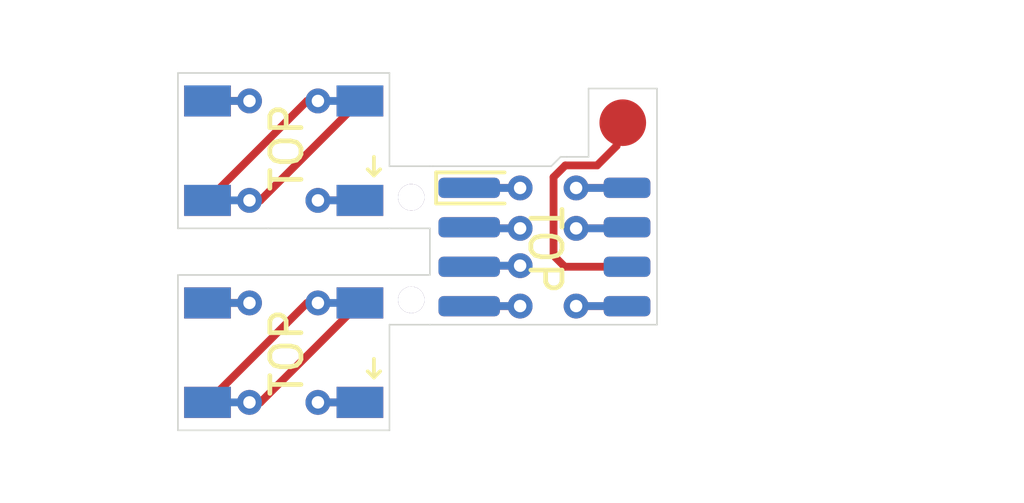
<source format=kicad_pcb>
(kicad_pcb (version 20171130) (host pcbnew "(5.1.6)-1")

  (general
    (thickness 1.6)
    (drawings 36)
    (tracks 70)
    (zones 0)
    (modules 9)
    (nets 14)
  )

  (page A4)
  (layers
    (0 F.Cu signal)
    (31 B.Cu signal)
    (32 B.Adhes user)
    (33 F.Adhes user)
    (34 B.Paste user)
    (35 F.Paste user)
    (36 B.SilkS user)
    (37 F.SilkS user)
    (38 B.Mask user)
    (39 F.Mask user)
    (40 Dwgs.User user)
    (41 Cmts.User user)
    (42 Eco1.User user)
    (43 Eco2.User user)
    (44 Edge.Cuts user)
    (45 Margin user)
    (46 B.CrtYd user)
    (47 F.CrtYd user)
    (48 B.Fab user)
    (49 F.Fab user)
  )

  (setup
    (last_trace_width 0.25)
    (user_trace_width 0.5)
    (trace_clearance 0.2)
    (zone_clearance 0.508)
    (zone_45_only no)
    (trace_min 0.2)
    (via_size 0.8)
    (via_drill 0.4)
    (via_min_size 0.4)
    (via_min_drill 0.3)
    (uvia_size 0.3)
    (uvia_drill 0.1)
    (uvias_allowed no)
    (uvia_min_size 0.2)
    (uvia_min_drill 0.1)
    (edge_width 0.05)
    (segment_width 0.2)
    (pcb_text_width 0.3)
    (pcb_text_size 1.5 1.5)
    (mod_edge_width 0.12)
    (mod_text_size 1 1)
    (mod_text_width 0.15)
    (pad_size 1.5 1.5)
    (pad_drill 0)
    (pad_to_mask_clearance 0.05)
    (aux_axis_origin 0 0)
    (visible_elements FFFFFF7F)
    (pcbplotparams
      (layerselection 0x010fc_ffffffff)
      (usegerberextensions false)
      (usegerberattributes true)
      (usegerberadvancedattributes true)
      (creategerberjobfile true)
      (excludeedgelayer true)
      (linewidth 0.100000)
      (plotframeref false)
      (viasonmask false)
      (mode 1)
      (useauxorigin false)
      (hpglpennumber 1)
      (hpglpenspeed 20)
      (hpglpendiameter 15.000000)
      (psnegative false)
      (psa4output false)
      (plotreference true)
      (plotvalue true)
      (plotinvisibletext false)
      (padsonsilk false)
      (subtractmaskfromsilk false)
      (outputformat 1)
      (mirror false)
      (drillshape 0)
      (scaleselection 1)
      (outputdirectory "plot/"))
  )

  (net 0 "")
  (net 1 "Net-(D1-Pad1)")
  (net 2 "Net-(D1-Pad2)")
  (net 3 "Net-(D1-Pad4)")
  (net 4 "Net-(D1-Pad3)")
  (net 5 "Net-(U1-Pad8)")
  (net 6 "Net-(U1-Pad7)")
  (net 7 SHUTB)
  (net 8 "Net-(U1-Pad5)")
  (net 9 "Net-(U1-Pad4)")
  (net 10 "Net-(U1-Pad3)")
  (net 11 "Net-(U1-Pad2)")
  (net 12 "Net-(U1-Pad1)")
  (net 13 "Net-(U1-Pad6)")

  (net_class Default "This is the default net class."
    (clearance 0.2)
    (trace_width 0.25)
    (via_dia 0.8)
    (via_drill 0.4)
    (uvia_dia 0.3)
    (uvia_drill 0.1)
    (add_net "Net-(D1-Pad1)")
    (add_net "Net-(D1-Pad2)")
    (add_net "Net-(D1-Pad3)")
    (add_net "Net-(D1-Pad4)")
    (add_net "Net-(U1-Pad1)")
    (add_net "Net-(U1-Pad2)")
    (add_net "Net-(U1-Pad3)")
    (add_net "Net-(U1-Pad4)")
    (add_net "Net-(U1-Pad5)")
    (add_net "Net-(U1-Pad6)")
    (add_net "Net-(U1-Pad7)")
    (add_net "Net-(U1-Pad8)")
    (add_net SHUTB)
  )

  (module Connector_PinHeader_1.00mm:PinHeader_1x01_P1.00mm_Vertical (layer F.Cu) (tedit 5EFFE082) (tstamp 5F003960)
    (at 151.7 100)
    (descr "Through hole straight pin header, 1x01, 1.00mm pitch, single row")
    (tags "Through hole pin header THT 1x01 1.00mm single row")
    (fp_text reference REF** (at 0 -1.56) (layer F.SilkS) hide
      (effects (font (size 1 1) (thickness 0.15)))
    )
    (fp_text value PinHeader_1x01_P1.00mm_Vertical (at 0 1.56) (layer F.Fab)
      (effects (font (size 1 1) (thickness 0.15)))
    )
    (fp_line (start -0.3175 -0.5) (end 0.635 -0.5) (layer F.Fab) (width 0.1))
    (fp_line (start 0.635 -0.5) (end 0.635 0.5) (layer F.Fab) (width 0.1))
    (fp_line (start 0.635 0.5) (end -0.635 0.5) (layer F.Fab) (width 0.1))
    (fp_line (start -0.635 0.5) (end -0.635 -0.1825) (layer F.Fab) (width 0.1))
    (fp_line (start -0.635 -0.1825) (end -0.3175 -0.5) (layer F.Fab) (width 0.1))
    (fp_line (start -1.15 -1) (end -1.15 1) (layer F.CrtYd) (width 0.05))
    (fp_line (start -1.15 1) (end 1.15 1) (layer F.CrtYd) (width 0.05))
    (fp_line (start 1.15 1) (end 1.15 -1) (layer F.CrtYd) (width 0.05))
    (fp_line (start 1.15 -1) (end -1.15 -1) (layer F.CrtYd) (width 0.05))
    (pad 1 thru_hole circle (at 0 0) (size 0.85 0.85) (drill 0.85) (layers *.Cu *.Mask))
    (model ${KISYS3DMOD}/Connector_PinHeader_1.00mm.3dshapes/PinHeader_1x01_P1.00mm_Vertical.wrl
      (at (xyz 0 0 0))
      (scale (xyz 1 1 1))
      (rotate (xyz 0 0 0))
    )
  )

  (module Connector_PinHeader_1.00mm:PinHeader_1x01_P1.00mm_Vertical (layer F.Cu) (tedit 5EFFE082) (tstamp 5F0037E2)
    (at 151.7 96.7)
    (descr "Through hole straight pin header, 1x01, 1.00mm pitch, single row")
    (tags "Through hole pin header THT 1x01 1.00mm single row")
    (fp_text reference REF** (at 0 -1.56) (layer F.SilkS) hide
      (effects (font (size 1 1) (thickness 0.15)))
    )
    (fp_text value PinHeader_1x01_P1.00mm_Vertical (at 0 1.56) (layer F.Fab)
      (effects (font (size 1 1) (thickness 0.15)))
    )
    (fp_line (start -0.3175 -0.5) (end 0.635 -0.5) (layer F.Fab) (width 0.1))
    (fp_line (start 0.635 -0.5) (end 0.635 0.5) (layer F.Fab) (width 0.1))
    (fp_line (start 0.635 0.5) (end -0.635 0.5) (layer F.Fab) (width 0.1))
    (fp_line (start -0.635 0.5) (end -0.635 -0.1825) (layer F.Fab) (width 0.1))
    (fp_line (start -0.635 -0.1825) (end -0.3175 -0.5) (layer F.Fab) (width 0.1))
    (fp_line (start -1.15 -1) (end -1.15 1) (layer F.CrtYd) (width 0.05))
    (fp_line (start -1.15 1) (end 1.15 1) (layer F.CrtYd) (width 0.05))
    (fp_line (start 1.15 1) (end 1.15 -1) (layer F.CrtYd) (width 0.05))
    (fp_line (start 1.15 -1) (end -1.15 -1) (layer F.CrtYd) (width 0.05))
    (pad 1 thru_hole circle (at 0 0) (size 0.85 0.85) (drill 0.85) (layers *.Cu *.Mask))
    (model ${KISYS3DMOD}/Connector_PinHeader_1.00mm.3dshapes/PinHeader_1x01_P1.00mm_Vertical.wrl
      (at (xyz 0 0 0))
      (scale (xyz 1 1 1))
      (rotate (xyz 0 0 0))
    )
  )

  (module LED_SMD:LED_WS2812B_PLCC4_5.0x5.0mm_P3.2mm (layer B.Cu) (tedit 5EFFD42D) (tstamp 5F002821)
    (at 147.6 101.7)
    (descr https://cdn-shop.adafruit.com/datasheets/WS2812B.pdf)
    (tags "LED RGB NeoPixel")
    (path /5EFFB571)
    (attr smd)
    (fp_text reference D1 (at 0 3.5) (layer B.SilkS) hide
      (effects (font (size 1 1) (thickness 0.15)) (justify mirror))
    )
    (fp_text value WS2812B (at 0 -4) (layer B.Fab)
      (effects (font (size 1 1) (thickness 0.15)) (justify mirror))
    )
    (fp_line (start 3.45 2.75) (end -3.45 2.75) (layer B.CrtYd) (width 0.05))
    (fp_line (start 3.45 -2.75) (end 3.45 2.75) (layer B.CrtYd) (width 0.05))
    (fp_line (start -3.45 -2.75) (end 3.45 -2.75) (layer B.CrtYd) (width 0.05))
    (fp_line (start -3.45 2.75) (end -3.45 -2.75) (layer B.CrtYd) (width 0.05))
    (fp_line (start 2.5 -1.5) (end 1.5 -2.5) (layer B.Fab) (width 0.1))
    (fp_line (start -2.5 2.5) (end -2.5 -2.5) (layer B.Fab) (width 0.1))
    (fp_line (start -2.5 -2.5) (end 2.5 -2.5) (layer B.Fab) (width 0.1))
    (fp_line (start 2.5 -2.5) (end 2.5 2.5) (layer B.Fab) (width 0.1))
    (fp_line (start 2.5 2.5) (end -2.5 2.5) (layer B.Fab) (width 0.1))
    (fp_circle (center 0 0) (end 0 2) (layer B.Fab) (width 0.1))
    (fp_text user 1 (at -4.15 1.6) (layer B.SilkS) hide
      (effects (font (size 1 1) (thickness 0.15)) (justify mirror))
    )
    (fp_text user %R (at 0 0) (layer B.Fab)
      (effects (font (size 0.8 0.8) (thickness 0.15)) (justify mirror))
    )
    (pad 3 smd rect (at 2.45 -1.6) (size 1.5 1) (layers B.Cu B.Paste B.Mask))
    (pad 4 smd rect (at 2.45 1.6) (size 1.5 1) (layers B.Cu B.Paste B.Mask))
    (pad 2 smd rect (at -2.45 -1.6) (size 1.5 1) (layers B.Cu B.Paste B.Mask))
    (pad 1 smd rect (at -2.45 1.6) (size 1.5 1) (layers B.Cu B.Paste B.Mask))
    (model ${KISYS3DMOD}/LED_SMD.3dshapes/LED_WS2812B_PLCC4_5.0x5.0mm_P3.2mm.wrl
      (at (xyz 0 0 0))
      (scale (xyz 1 1 1))
      (rotate (xyz 0 0 0))
    )
  )

  (module LED_SMD:LED_WS2812B_PLCC4_5.0x5.0mm_P3.2mm (layer B.Cu) (tedit 5EFFD41F) (tstamp 5F001379)
    (at 147.6 95.2)
    (descr https://cdn-shop.adafruit.com/datasheets/WS2812B.pdf)
    (tags "LED RGB NeoPixel")
    (path /5EFFB571)
    (attr smd)
    (fp_text reference D1 (at 0 3.5) (layer B.SilkS) hide
      (effects (font (size 1 1) (thickness 0.15)) (justify mirror))
    )
    (fp_text value WS2812B (at 0 -4) (layer B.Fab)
      (effects (font (size 1 1) (thickness 0.15)) (justify mirror))
    )
    (fp_text user %R (at 0 0) (layer B.Fab)
      (effects (font (size 0.8 0.8) (thickness 0.15)) (justify mirror))
    )
    (fp_text user 1 (at -4.15 1.6) (layer B.SilkS) hide
      (effects (font (size 1 1) (thickness 0.15)) (justify mirror))
    )
    (fp_line (start 3.45 2.75) (end -3.45 2.75) (layer B.CrtYd) (width 0.05))
    (fp_line (start 3.45 -2.75) (end 3.45 2.75) (layer B.CrtYd) (width 0.05))
    (fp_line (start -3.45 -2.75) (end 3.45 -2.75) (layer B.CrtYd) (width 0.05))
    (fp_line (start -3.45 2.75) (end -3.45 -2.75) (layer B.CrtYd) (width 0.05))
    (fp_line (start 2.5 -1.5) (end 1.5 -2.5) (layer B.Fab) (width 0.1))
    (fp_line (start -2.5 2.5) (end -2.5 -2.5) (layer B.Fab) (width 0.1))
    (fp_line (start -2.5 -2.5) (end 2.5 -2.5) (layer B.Fab) (width 0.1))
    (fp_line (start 2.5 -2.5) (end 2.5 2.5) (layer B.Fab) (width 0.1))
    (fp_line (start 2.5 2.5) (end -2.5 2.5) (layer B.Fab) (width 0.1))
    (fp_circle (center 0 0) (end 0 2) (layer B.Fab) (width 0.1))
    (pad 1 smd rect (at -2.45 1.6) (size 1.5 1) (layers B.Cu B.Paste B.Mask)
      (net 2 "Net-(D1-Pad2)"))
    (pad 2 smd rect (at -2.45 -1.6) (size 1.5 1) (layers B.Cu B.Paste B.Mask)
      (net 1 "Net-(D1-Pad1)"))
    (pad 4 smd rect (at 2.45 1.6) (size 1.5 1) (layers B.Cu B.Paste B.Mask)
      (net 4 "Net-(D1-Pad3)"))
    (pad 3 smd rect (at 2.45 -1.6) (size 1.5 1) (layers B.Cu B.Paste B.Mask)
      (net 3 "Net-(D1-Pad4)"))
    (model ${KISYS3DMOD}/LED_SMD.3dshapes/LED_WS2812B_PLCC4_5.0x5.0mm_P3.2mm.wrl
      (at (xyz 0 0 0))
      (scale (xyz 1 1 1))
      (rotate (xyz 0 0 0))
    )
  )

  (module Connector_PinSocket_2.54mm:PinSocket_1x01_P2.54mm_Vertical (layer F.Cu) (tedit 5EFFDB26) (tstamp 5F002120)
    (at 158.3 94.3)
    (descr "Through hole straight socket strip, 1x01, 2.54mm pitch, single row (from Kicad 4.0.7), script generated")
    (tags "Through hole socket strip THT 1x01 2.54mm single row")
    (fp_text reference REF** (at 0 -2.77) (layer F.SilkS) hide
      (effects (font (size 1 1) (thickness 0.15)))
    )
    (fp_text value PinSocket_1x01_P2.54mm_Vertical (at 0 2.77) (layer F.Fab)
      (effects (font (size 1 1) (thickness 0.15)))
    )
    (fp_text user %R (at 0 0) (layer F.Fab)
      (effects (font (size 1 1) (thickness 0.15)))
    )
    (fp_line (start -1.27 -1.27) (end 0.635 -1.27) (layer F.Fab) (width 0.1))
    (fp_line (start 0.635 -1.27) (end 1.27 -0.635) (layer F.Fab) (width 0.1))
    (fp_line (start 1.27 -0.635) (end 1.27 1.27) (layer F.Fab) (width 0.1))
    (fp_line (start 1.27 1.27) (end -1.27 1.27) (layer F.Fab) (width 0.1))
    (fp_line (start -1.27 1.27) (end -1.27 -1.27) (layer F.Fab) (width 0.1))
    (fp_line (start -1.8 -1.8) (end 1.75 -1.8) (layer F.CrtYd) (width 0.05))
    (fp_line (start 1.75 -1.8) (end 1.75 1.75) (layer F.CrtYd) (width 0.05))
    (fp_line (start 1.75 1.75) (end -1.8 1.75) (layer F.CrtYd) (width 0.05))
    (fp_line (start -1.8 1.75) (end -1.8 -1.8) (layer F.CrtYd) (width 0.05))
    (pad 1 smd circle (at 0.2 0) (size 1.5 1.5) (layers F.Cu F.Paste F.Mask)
      (net 7 SHUTB))
    (model ${KISYS3DMOD}/Connector_PinSocket_2.54mm.3dshapes/PinSocket_1x01_P2.54mm_Vertical.wrl
      (at (xyz 0 0 0))
      (scale (xyz 1 1 1))
      (rotate (xyz 0 0 0))
    )
  )

  (module Package_SO:SOP-8_3.76x4.96mm_P1.27mm (layer F.Cu) (tedit 5EFFD596) (tstamp 5F00186A)
    (at 156.1 98.3)
    (descr "SOP, 8 Pin (https://ww2.minicircuits.com/case_style/XX211.pdf), generated with kicad-footprint-generator ipc_gullwing_generator.py")
    (tags "SOP SO")
    (path /5F003BA4)
    (attr smd)
    (fp_text reference U2 (at 0 -3.43) (layer F.SilkS) hide
      (effects (font (size 1 1) (thickness 0.15)))
    )
    (fp_text value SYN480R (at 0 3.43) (layer F.Fab)
      (effects (font (size 1 1) (thickness 0.15)))
    )
    (fp_text user %R (at 0 0) (layer F.Fab)
      (effects (font (size 0.94 0.94) (thickness 0.14)))
    )
    (fp_line (start -0.94 -2.48) (end 1.88 -2.48) (layer F.Fab) (width 0.1))
    (fp_line (start 1.88 -2.48) (end 1.88 2.48) (layer F.Fab) (width 0.1))
    (fp_line (start 1.88 2.48) (end -1.88 2.48) (layer F.Fab) (width 0.1))
    (fp_line (start -1.88 2.48) (end -1.88 -1.54) (layer F.Fab) (width 0.1))
    (fp_line (start -1.88 -1.54) (end -0.94 -2.48) (layer F.Fab) (width 0.1))
    (fp_line (start -3.78 -2.73) (end -3.78 2.73) (layer F.CrtYd) (width 0.05))
    (fp_line (start -3.78 2.73) (end 3.78 2.73) (layer F.CrtYd) (width 0.05))
    (fp_line (start 3.78 2.73) (end 3.78 -2.73) (layer F.CrtYd) (width 0.05))
    (fp_line (start 3.78 -2.73) (end -3.78 -2.73) (layer F.CrtYd) (width 0.05))
    (pad 8 smd roundrect (at 2.5375 -1.905) (size 1.5 0.65) (layers F.Cu F.Paste F.Mask) (roundrect_rratio 0.25)
      (net 5 "Net-(U1-Pad8)"))
    (pad 7 smd roundrect (at 2.5375 -0.635) (size 1.5 0.65) (layers F.Cu F.Paste F.Mask) (roundrect_rratio 0.25)
      (net 6 "Net-(U1-Pad7)"))
    (pad 6 smd roundrect (at 2.5375 0.635) (size 1.5 0.65) (layers F.Cu F.Paste F.Mask) (roundrect_rratio 0.25)
      (net 7 SHUTB))
    (pad 5 smd roundrect (at 2.5375 1.905) (size 1.5 0.65) (layers F.Cu F.Paste F.Mask) (roundrect_rratio 0.25)
      (net 8 "Net-(U1-Pad5)"))
    (pad 4 smd roundrect (at -2.5375 1.905) (size 1.975 0.65) (layers F.Cu F.Paste F.Mask) (roundrect_rratio 0.25)
      (net 9 "Net-(U1-Pad4)"))
    (pad 3 smd roundrect (at -2.5375 0.635) (size 1.975 0.65) (layers F.Cu F.Paste F.Mask) (roundrect_rratio 0.25)
      (net 10 "Net-(U1-Pad3)"))
    (pad 2 smd roundrect (at -2.5375 -0.635) (size 1.975 0.65) (layers F.Cu F.Paste F.Mask) (roundrect_rratio 0.25)
      (net 11 "Net-(U1-Pad2)"))
    (pad 1 smd roundrect (at -2.5375 -1.905) (size 1.975 0.65) (layers F.Cu F.Paste F.Mask) (roundrect_rratio 0.25)
      (net 12 "Net-(U1-Pad1)"))
    (model ${KISYS3DMOD}/Package_SO.3dshapes/SOP-8_3.76x4.96mm_P1.27mm.wrl
      (at (xyz 0 0 0))
      (scale (xyz 1 1 1))
      (rotate (xyz 0 0 0))
    )
  )

  (module LED_SMD:LED_WS2812B_PLCC4_5.0x5.0mm_P3.2mm (layer F.Cu) (tedit 5EFFD3CE) (tstamp 5F0027DF)
    (at 147.6 101.7)
    (descr https://cdn-shop.adafruit.com/datasheets/WS2812B.pdf)
    (tags "LED RGB NeoPixel")
    (path /5F000CD5)
    (attr smd)
    (fp_text reference D3 (at 0 -3.5) (layer F.SilkS) hide
      (effects (font (size 1 1) (thickness 0.15)))
    )
    (fp_text value WS2812B (at 0 4) (layer F.Fab)
      (effects (font (size 1 1) (thickness 0.15)))
    )
    (fp_line (start 3.45 -2.75) (end -3.45 -2.75) (layer F.CrtYd) (width 0.05))
    (fp_line (start 3.45 2.75) (end 3.45 -2.75) (layer F.CrtYd) (width 0.05))
    (fp_line (start -3.45 2.75) (end 3.45 2.75) (layer F.CrtYd) (width 0.05))
    (fp_line (start -3.45 -2.75) (end -3.45 2.75) (layer F.CrtYd) (width 0.05))
    (fp_line (start 2.5 1.5) (end 1.5 2.5) (layer F.Fab) (width 0.1))
    (fp_line (start -2.5 -2.5) (end -2.5 2.5) (layer F.Fab) (width 0.1))
    (fp_line (start -2.5 2.5) (end 2.5 2.5) (layer F.Fab) (width 0.1))
    (fp_line (start 2.5 2.5) (end 2.5 -2.5) (layer F.Fab) (width 0.1))
    (fp_line (start 2.5 -2.5) (end -2.5 -2.5) (layer F.Fab) (width 0.1))
    (fp_circle (center 0 0) (end 0 -2) (layer F.Fab) (width 0.1))
    (fp_text user 1 (at -4.15 -1.6) (layer F.SilkS) hide
      (effects (font (size 1 1) (thickness 0.15)))
    )
    (fp_text user %R (at 0 0) (layer F.Fab)
      (effects (font (size 0.8 0.8) (thickness 0.15)))
    )
    (pad 3 smd rect (at 2.45 1.6) (size 1.5 1) (layers F.Cu F.Paste F.Mask))
    (pad 4 smd rect (at 2.45 -1.6) (size 1.5 1) (layers F.Cu F.Paste F.Mask))
    (pad 2 smd rect (at -2.45 1.6) (size 1.5 1) (layers F.Cu F.Paste F.Mask))
    (pad 1 smd rect (at -2.45 -1.6) (size 1.5 1) (layers F.Cu F.Paste F.Mask))
    (model ${KISYS3DMOD}/LED_SMD.3dshapes/LED_WS2812B_PLCC4_5.0x5.0mm_P3.2mm.wrl
      (at (xyz 0 0 0))
      (scale (xyz 1 1 1))
      (rotate (xyz 0 0 0))
    )
  )

  (module LED_SMD:LED_WS2812B_PLCC4_5.0x5.0mm_P3.2mm (layer F.Cu) (tedit 5EFFD3BD) (tstamp 5F0022F7)
    (at 147.6 95.2)
    (descr https://cdn-shop.adafruit.com/datasheets/WS2812B.pdf)
    (tags "LED RGB NeoPixel")
    (path /5F000CD5)
    (attr smd)
    (fp_text reference D3 (at 0 -3.5) (layer F.SilkS) hide
      (effects (font (size 1 1) (thickness 0.15)))
    )
    (fp_text value WS2812B (at 0 4) (layer F.Fab)
      (effects (font (size 1 1) (thickness 0.15)))
    )
    (fp_text user %R (at 0 0) (layer F.Fab)
      (effects (font (size 0.8 0.8) (thickness 0.15)))
    )
    (fp_text user 1 (at -4.15 -1.6) (layer F.SilkS) hide
      (effects (font (size 1 1) (thickness 0.15)))
    )
    (fp_line (start 3.45 -2.75) (end -3.45 -2.75) (layer F.CrtYd) (width 0.05))
    (fp_line (start 3.45 2.75) (end 3.45 -2.75) (layer F.CrtYd) (width 0.05))
    (fp_line (start -3.45 2.75) (end 3.45 2.75) (layer F.CrtYd) (width 0.05))
    (fp_line (start -3.45 -2.75) (end -3.45 2.75) (layer F.CrtYd) (width 0.05))
    (fp_line (start 2.5 1.5) (end 1.5 2.5) (layer F.Fab) (width 0.1))
    (fp_line (start -2.5 -2.5) (end -2.5 2.5) (layer F.Fab) (width 0.1))
    (fp_line (start -2.5 2.5) (end 2.5 2.5) (layer F.Fab) (width 0.1))
    (fp_line (start 2.5 2.5) (end 2.5 -2.5) (layer F.Fab) (width 0.1))
    (fp_line (start 2.5 -2.5) (end -2.5 -2.5) (layer F.Fab) (width 0.1))
    (fp_circle (center 0 0) (end 0 -2) (layer F.Fab) (width 0.1))
    (pad 1 smd rect (at -2.45 -1.6) (size 1.5 1) (layers F.Cu F.Paste F.Mask)
      (net 1 "Net-(D1-Pad1)"))
    (pad 2 smd rect (at -2.45 1.6) (size 1.5 1) (layers F.Cu F.Paste F.Mask)
      (net 3 "Net-(D1-Pad4)"))
    (pad 4 smd rect (at 2.45 -1.6) (size 1.5 1) (layers F.Cu F.Paste F.Mask)
      (net 2 "Net-(D1-Pad2)"))
    (pad 3 smd rect (at 2.45 1.6) (size 1.5 1) (layers F.Cu F.Paste F.Mask)
      (net 4 "Net-(D1-Pad3)"))
    (model ${KISYS3DMOD}/LED_SMD.3dshapes/LED_WS2812B_PLCC4_5.0x5.0mm_P3.2mm.wrl
      (at (xyz 0 0 0))
      (scale (xyz 1 1 1))
      (rotate (xyz 0 0 0))
    )
  )

  (module Package_SO:SOP-8_3.76x4.96mm_P1.27mm (layer B.Cu) (tedit 5EFFD59A) (tstamp 5F0013AF)
    (at 156.1 98.3 180)
    (descr "SOP, 8 Pin (https://ww2.minicircuits.com/case_style/XX211.pdf), generated with kicad-footprint-generator ipc_gullwing_generator.py")
    (tags "SOP SO")
    (path /5EFFE54A)
    (attr smd)
    (fp_text reference U1 (at 0 3.43 180) (layer B.SilkS) hide
      (effects (font (size 1 1) (thickness 0.15)) (justify mirror))
    )
    (fp_text value SYN480R (at 0 -3.43 180) (layer B.Fab) hide
      (effects (font (size 1 1) (thickness 0.15)) (justify mirror))
    )
    (fp_text user %R (at 0 0 180) (layer B.Fab) hide
      (effects (font (size 0.94 0.94) (thickness 0.14)) (justify mirror))
    )
    (pad 4 smd roundrect (at 2.5375 1.905 180) (size 1.975 0.65) (layers B.Cu B.Paste B.Mask) (roundrect_rratio 0.25)
      (net 12 "Net-(U1-Pad1)"))
    (pad 3 smd roundrect (at 2.5375 0.635 180) (size 1.975 0.65) (layers B.Cu B.Paste B.Mask) (roundrect_rratio 0.25)
      (net 11 "Net-(U1-Pad2)"))
    (pad 2 smd roundrect (at 2.5375 -0.635 180) (size 1.975 0.65) (layers B.Cu B.Paste B.Mask) (roundrect_rratio 0.25)
      (net 10 "Net-(U1-Pad3)"))
    (pad 1 smd roundrect (at 2.5375 -1.905 180) (size 1.975 0.65) (layers B.Cu B.Paste B.Mask) (roundrect_rratio 0.25)
      (net 9 "Net-(U1-Pad4)"))
    (pad 5 smd roundrect (at -2.5375 -1.905 180) (size 1.5 0.65) (layers B.Cu B.Paste B.Mask) (roundrect_rratio 0.25)
      (net 8 "Net-(U1-Pad5)"))
    (pad 6 smd roundrect (at -2.5375 -0.635 180) (size 1.5 0.65) (layers B.Cu B.Paste B.Mask) (roundrect_rratio 0.25)
      (net 13 "Net-(U1-Pad6)"))
    (pad 7 smd roundrect (at -2.5375 0.635 180) (size 1.5 0.65) (layers B.Cu B.Paste B.Mask) (roundrect_rratio 0.25)
      (net 6 "Net-(U1-Pad7)"))
    (pad 8 smd roundrect (at -2.5375 1.905 180) (size 1.5 0.65) (layers B.Cu B.Paste B.Mask) (roundrect_rratio 0.25)
      (net 5 "Net-(U1-Pad8)"))
    (model ${KISYS3DMOD}/Package_SO.3dshapes/SOP-8_3.76x4.96mm_P1.27mm.wrl
      (at (xyz 0 0 0))
      (scale (xyz 1 1 1))
      (rotate (xyz 0 0 0))
    )
  )

  (gr_line (start 150.3 95.8) (end 150.5 96) (layer F.SilkS) (width 0.12) (tstamp 5F0030DE))
  (gr_line (start 150.5 96) (end 150.7 95.8) (layer F.SilkS) (width 0.12) (tstamp 5F0030DD))
  (gr_line (start 150.5 95.4) (end 150.5 96) (layer F.SilkS) (width 0.12) (tstamp 5F0030DC))
  (gr_line (start 150.3 102.3) (end 150.5 102.5) (layer F.SilkS) (width 0.12) (tstamp 5F0030DE))
  (gr_line (start 150.5 102.5) (end 150.7 102.3) (layer F.SilkS) (width 0.12) (tstamp 5F0030DD))
  (gr_line (start 150.5 101.9) (end 150.5 102.5) (layer F.SilkS) (width 0.12) (tstamp 5F0030DC))
  (gr_line (start 152.5 95.9) (end 152.5 96.9) (layer F.SilkS) (width 0.12) (tstamp 5F00303B))
  (gr_line (start 154.7 95.9) (end 152.5 95.9) (layer F.SilkS) (width 0.12) (tstamp 5F00301B))
  (gr_text TOP (at 147.7 101.7 90) (layer F.SilkS) (tstamp 5F002FFF)
    (effects (font (size 1 1) (thickness 0.15)))
  )
  (gr_text TOP (at 147.7 95.1 90) (layer F.SilkS) (tstamp 5F002FFF)
    (effects (font (size 1 1) (thickness 0.15)))
  )
  (gr_text TOP (at 156 98.4 270) (layer F.SilkS)
    (effects (font (size 1 1) (thickness 0.15)))
  )
  (gr_line (start 154.7 96.9) (end 152.5 96.9) (layer F.SilkS) (width 0.12))
  (gr_line (start 152.3 95.7) (end 152.4 95.7) (layer Edge.Cuts) (width 0.05) (tstamp 5F002A30))
  (gr_line (start 152.3 97.7) (end 152.3 99.2) (layer Edge.Cuts) (width 0.05) (tstamp 5F002A2F))
  (gr_line (start 151 95.7) (end 152.3 95.7) (layer Edge.Cuts) (width 0.05))
  (gr_line (start 151 97.7) (end 152.3 97.7) (layer Edge.Cuts) (width 0.05))
  (gr_line (start 152.3 99.2) (end 151 99.2) (layer Edge.Cuts) (width 0.05) (tstamp 5F002A2D))
  (gr_line (start 152.3 100.8) (end 151 100.8) (layer Edge.Cuts) (width 0.05))
  (gr_line (start 152.3 100.8) (end 159.6 100.8) (layer Edge.Cuts) (width 0.05))
  (gr_line (start 156.2 95.7) (end 152.4 95.7) (layer Edge.Cuts) (width 0.05))
  (gr_line (start 156.5 95.4) (end 156.2 95.7) (layer Edge.Cuts) (width 0.05))
  (gr_line (start 156.7 95.4) (end 156.5 95.4) (layer Edge.Cuts) (width 0.05))
  (gr_line (start 157.4 95.4) (end 156.7 95.4) (layer Edge.Cuts) (width 0.05))
  (gr_line (start 157.4 93.2) (end 157.4 95.4) (layer Edge.Cuts) (width 0.05))
  (gr_line (start 159.6 93.2) (end 157.4 93.2) (layer Edge.Cuts) (width 0.05))
  (gr_line (start 159.6 100.8) (end 159.6 93.2) (layer Edge.Cuts) (width 0.05))
  (gr_line (start 151 95.7) (end 151 92.7) (layer Edge.Cuts) (width 0.05) (tstamp 5F0029C7))
  (gr_line (start 144.2 97.7) (end 144.2 92.7) (layer Edge.Cuts) (width 0.05) (tstamp 5F0029C6))
  (gr_line (start 144.2 104.2) (end 144.2 99.2) (layer Edge.Cuts) (width 0.05) (tstamp 5F0029C5))
  (gr_line (start 151 104.2) (end 151 100.8) (layer Edge.Cuts) (width 0.05) (tstamp 5F0029C4))
  (gr_line (start 147.1 97.7) (end 144.2 97.7) (layer Edge.Cuts) (width 0.05))
  (gr_line (start 151 97.7) (end 147.1 97.7) (layer Edge.Cuts) (width 0.05))
  (gr_line (start 147.1 99.2) (end 144.2 99.2) (layer Edge.Cuts) (width 0.05))
  (gr_line (start 151 99.2) (end 147.1 99.2) (layer Edge.Cuts) (width 0.05))
  (gr_line (start 151 92.7) (end 144.2 92.7) (layer Edge.Cuts) (width 0.05))
  (gr_line (start 144.2 104.2) (end 151 104.2) (layer Edge.Cuts) (width 0.05))

  (via (at 146.5 100.1) (size 0.8) (drill 0.4) (layers F.Cu B.Cu) (net 0) (tstamp 5F002857))
  (segment (start 146.5 100.1) (end 145.15 100.1) (width 0.25) (layer F.Cu) (net 0) (tstamp 5F0027B5))
  (segment (start 146.5 100.1) (end 145.15 100.1) (width 0.25) (layer B.Cu) (net 0) (tstamp 5F0027BE))
  (via (at 146.5 103.3) (size 0.8) (drill 0.4) (layers F.Cu B.Cu) (net 0) (tstamp 5F00284E))
  (segment (start 146.5 103.3) (end 146.85 103.3) (width 0.25) (layer F.Cu) (net 0) (tstamp 5F0027AF))
  (segment (start 146.5 103.3) (end 145.15 103.3) (width 0.25) (layer B.Cu) (net 0) (tstamp 5F0027BB))
  (segment (start 146.85 103.3) (end 150.05 100.1) (width 0.25) (layer F.Cu) (net 0) (tstamp 5F0027B2))
  (via (at 148.7 100.1) (size 0.8) (drill 0.4) (layers F.Cu B.Cu) (net 0) (tstamp 5F002851))
  (segment (start 148.35 100.1) (end 145.15 103.3) (width 0.25) (layer F.Cu) (net 0) (tstamp 5F0027B8))
  (segment (start 148.7 100.1) (end 148.35 100.1) (width 0.25) (layer F.Cu) (net 0) (tstamp 5F0027C7))
  (segment (start 148.7 100.1) (end 150.05 100.1) (width 0.25) (layer B.Cu) (net 0) (tstamp 5F0027AC))
  (via (at 148.7 103.3) (size 0.8) (drill 0.4) (layers F.Cu B.Cu) (net 0) (tstamp 5F002854))
  (segment (start 148.7 103.3) (end 150.05 103.3) (width 0.25) (layer F.Cu) (net 0) (tstamp 5F0027C4))
  (segment (start 148.7 103.3) (end 150.05 103.3) (width 0.25) (layer B.Cu) (net 0) (tstamp 5F0027C1))
  (via (at 146.5 93.6) (size 0.8) (drill 0.4) (layers F.Cu B.Cu) (net 1))
  (segment (start 146.5 93.6) (end 145.15 93.6) (width 0.25) (layer F.Cu) (net 1))
  (segment (start 146.5 93.6) (end 145.15 93.6) (width 0.25) (layer B.Cu) (net 1))
  (via (at 148.7 93.6) (size 0.8) (drill 0.4) (layers F.Cu B.Cu) (net 3))
  (via (at 148.7 96.8) (size 0.8) (drill 0.4) (layers F.Cu B.Cu) (net 4))
  (via (at 146.5 96.8) (size 0.8) (drill 0.4) (layers F.Cu B.Cu) (net 2))
  (segment (start 146.85 96.8) (end 150.05 93.6) (width 0.25) (layer F.Cu) (net 2))
  (segment (start 146.5 96.8) (end 146.85 96.8) (width 0.25) (layer F.Cu) (net 2))
  (segment (start 146.5 96.8) (end 145.15 96.8) (width 0.25) (layer B.Cu) (net 2))
  (segment (start 148.35 93.6) (end 145.15 96.8) (width 0.25) (layer F.Cu) (net 3))
  (segment (start 148.7 93.6) (end 148.35 93.6) (width 0.25) (layer F.Cu) (net 3))
  (segment (start 148.7 93.6) (end 150.05 93.6) (width 0.25) (layer B.Cu) (net 3))
  (segment (start 148.7 96.8) (end 150.05 96.8) (width 0.25) (layer F.Cu) (net 4))
  (segment (start 148.7 96.8) (end 150.05 96.8) (width 0.25) (layer B.Cu) (net 4))
  (via (at 155.2 96.4) (size 0.8) (drill 0.4) (layers F.Cu B.Cu) (net 12))
  (via (at 155.2 97.7) (size 0.8) (drill 0.4) (layers F.Cu B.Cu) (net 11))
  (via (at 155.2 98.9) (size 0.8) (drill 0.4) (layers F.Cu B.Cu) (net 10))
  (via (at 155.2 100.2) (size 0.8) (drill 0.4) (layers F.Cu B.Cu) (net 9))
  (via (at 157 100.2) (size 0.8) (drill 0.4) (layers F.Cu B.Cu) (net 8))
  (via (at 157 97.7) (size 0.8) (drill 0.4) (layers F.Cu B.Cu) (net 6) (tstamp 5F001D9A))
  (via (at 157 96.4) (size 0.8) (drill 0.4) (layers F.Cu B.Cu) (net 5))
  (segment (start 158.6325 96.4) (end 158.6375 96.395) (width 0.25) (layer F.Cu) (net 5))
  (segment (start 157 96.4) (end 158.6325 96.4) (width 0.25) (layer F.Cu) (net 5))
  (segment (start 158.6325 96.4) (end 158.6375 96.395) (width 0.25) (layer B.Cu) (net 5))
  (segment (start 157 96.4) (end 158.6325 96.4) (width 0.25) (layer B.Cu) (net 5))
  (segment (start 158.6025 97.7) (end 158.6375 97.665) (width 0.25) (layer F.Cu) (net 6))
  (segment (start 157 97.7) (end 158.6025 97.7) (width 0.25) (layer F.Cu) (net 6))
  (segment (start 158.6025 97.7) (end 158.6375 97.665) (width 0.25) (layer B.Cu) (net 6))
  (segment (start 157 97.7) (end 158.6025 97.7) (width 0.25) (layer B.Cu) (net 6))
  (segment (start 158.3 95.049998) (end 158.3 94.3) (width 0.25) (layer F.Cu) (net 7))
  (segment (start 157.674999 95.674999) (end 158.3 95.049998) (width 0.25) (layer F.Cu) (net 7))
  (segment (start 156.635 98.935) (end 156.274999 98.574999) (width 0.25) (layer F.Cu) (net 7))
  (segment (start 158.6375 98.935) (end 156.635 98.935) (width 0.25) (layer F.Cu) (net 7))
  (segment (start 156.274999 98.574999) (end 156.274999 96.051999) (width 0.25) (layer F.Cu) (net 7))
  (segment (start 156.274999 96.051999) (end 156.651999 95.674999) (width 0.25) (layer F.Cu) (net 7))
  (segment (start 156.651999 95.674999) (end 157.674999 95.674999) (width 0.25) (layer F.Cu) (net 7))
  (segment (start 158.6325 100.2) (end 158.6375 100.205) (width 0.25) (layer F.Cu) (net 8))
  (segment (start 157 100.2) (end 158.6325 100.2) (width 0.25) (layer F.Cu) (net 8))
  (segment (start 158.6325 100.2) (end 158.6375 100.205) (width 0.25) (layer B.Cu) (net 8))
  (segment (start 157 100.2) (end 158.6325 100.2) (width 0.25) (layer B.Cu) (net 8))
  (segment (start 153.5675 100.2) (end 153.5625 100.205) (width 0.25) (layer F.Cu) (net 9))
  (segment (start 155.2 100.2) (end 153.5675 100.2) (width 0.25) (layer F.Cu) (net 9))
  (segment (start 153.5675 100.2) (end 153.5625 100.205) (width 0.25) (layer B.Cu) (net 9))
  (segment (start 155.2 100.2) (end 153.5675 100.2) (width 0.25) (layer B.Cu) (net 9))
  (segment (start 153.5975 98.9) (end 153.5625 98.935) (width 0.25) (layer F.Cu) (net 10))
  (segment (start 155.2 98.9) (end 153.5975 98.9) (width 0.25) (layer F.Cu) (net 10))
  (segment (start 153.5975 98.9) (end 153.5625 98.935) (width 0.25) (layer B.Cu) (net 10))
  (segment (start 155.2 98.9) (end 153.5975 98.9) (width 0.25) (layer B.Cu) (net 10))
  (segment (start 153.5975 97.7) (end 153.5625 97.665) (width 0.25) (layer F.Cu) (net 11))
  (segment (start 155.2 97.7) (end 153.5975 97.7) (width 0.25) (layer F.Cu) (net 11))
  (segment (start 153.5975 97.7) (end 153.5625 97.665) (width 0.25) (layer B.Cu) (net 11))
  (segment (start 155.2 97.7) (end 153.5975 97.7) (width 0.25) (layer B.Cu) (net 11))
  (segment (start 155.2 96.4) (end 153.5675 96.4) (width 0.25) (layer F.Cu) (net 12))
  (segment (start 153.5675 96.4) (end 153.5625 96.395) (width 0.25) (layer F.Cu) (net 12))
  (segment (start 153.5675 96.4) (end 153.5625 96.395) (width 0.25) (layer B.Cu) (net 12))
  (segment (start 155.2 96.4) (end 153.5675 96.4) (width 0.25) (layer B.Cu) (net 12))

)

</source>
